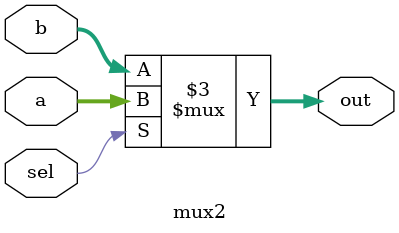
<source format=v>
`timescale 1ns / 1ps


module mux2
    #(parameter DATA_WIDTH = 32)
    (
    input sel,
    input [DATA_WIDTH:0] a,
    input [DATA_WIDTH:0] b,
    output [DATA_WIDTH:0] out
    );
    
    always @(*)
        if(sel) out <= a;
        else out <= b;
    
endmodule

</source>
